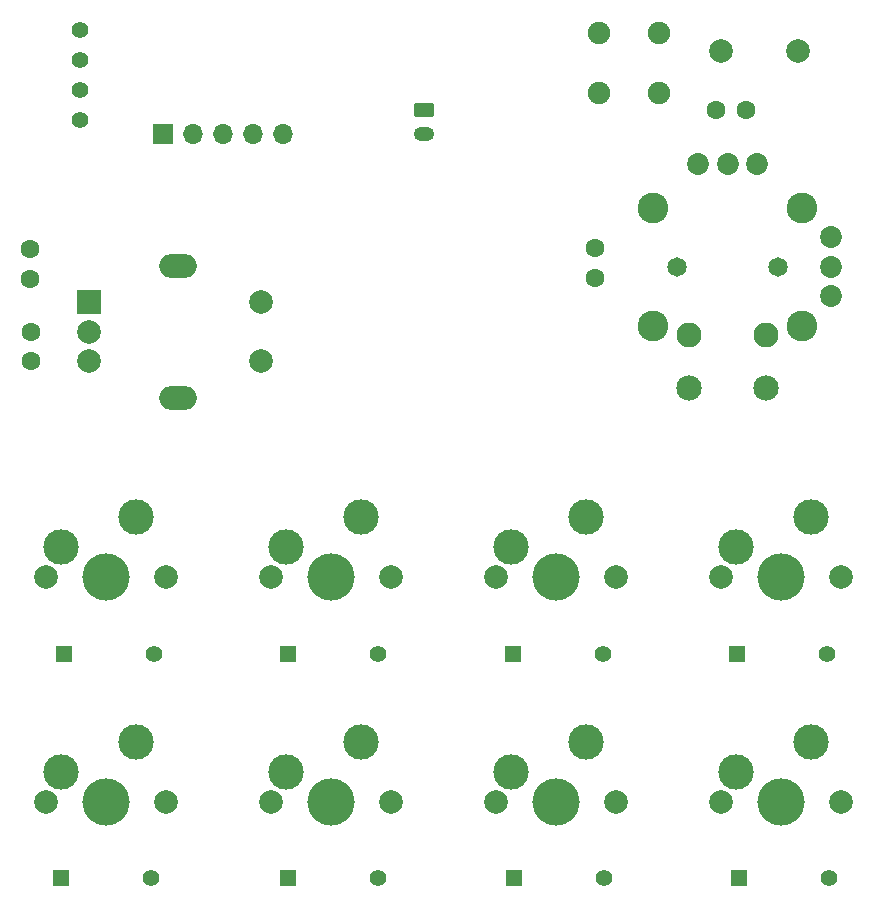
<source format=gbr>
G04 #@! TF.GenerationSoftware,KiCad,Pcbnew,9.0.3*
G04 #@! TF.CreationDate,2025-07-19T22:29:45+09:00*
G04 #@! TF.ProjectId,kleinpad,6b6c6569-6e70-4616-942e-6b696361645f,1.0*
G04 #@! TF.SameCoordinates,Original*
G04 #@! TF.FileFunction,Soldermask,Top*
G04 #@! TF.FilePolarity,Negative*
%FSLAX46Y46*%
G04 Gerber Fmt 4.6, Leading zero omitted, Abs format (unit mm)*
G04 Created by KiCad (PCBNEW 9.0.3) date 2025-07-19 22:29:45*
%MOMM*%
%LPD*%
G01*
G04 APERTURE LIST*
G04 Aperture macros list*
%AMRoundRect*
0 Rectangle with rounded corners*
0 $1 Rounding radius*
0 $2 $3 $4 $5 $6 $7 $8 $9 X,Y pos of 4 corners*
0 Add a 4 corners polygon primitive as box body*
4,1,4,$2,$3,$4,$5,$6,$7,$8,$9,$2,$3,0*
0 Add four circle primitives for the rounded corners*
1,1,$1+$1,$2,$3*
1,1,$1+$1,$4,$5*
1,1,$1+$1,$6,$7*
1,1,$1+$1,$8,$9*
0 Add four rect primitives between the rounded corners*
20,1,$1+$1,$2,$3,$4,$5,0*
20,1,$1+$1,$4,$5,$6,$7,0*
20,1,$1+$1,$6,$7,$8,$9,0*
20,1,$1+$1,$8,$9,$2,$3,0*%
G04 Aperture macros list end*
%ADD10C,1.600000*%
%ADD11R,1.397000X1.397000*%
%ADD12C,1.397000*%
%ADD13C,2.000000*%
%ADD14C,3.000000*%
%ADD15C,4.000000*%
%ADD16C,1.905000*%
%ADD17C,1.650000*%
%ADD18C,2.104000*%
%ADD19C,2.154000*%
%ADD20C,2.604000*%
%ADD21C,1.854000*%
%ADD22O,3.200000X2.000000*%
%ADD23R,2.000000X2.000000*%
%ADD24R,1.700000X1.700000*%
%ADD25O,1.700000X1.700000*%
%ADD26RoundRect,0.250000X-0.625000X0.350000X-0.625000X-0.350000X0.625000X-0.350000X0.625000X0.350000X0*%
%ADD27O,1.750000X1.200000*%
G04 APERTURE END LIST*
D10*
X153625625Y-82125500D03*
X153625625Y-84625500D03*
X105775625Y-84725500D03*
X105775625Y-82225500D03*
D11*
X165612500Y-116475500D03*
D12*
X173232500Y-116475500D03*
D13*
X145221250Y-109946750D03*
D14*
X146491250Y-107406750D03*
D15*
X150301250Y-109946750D03*
D14*
X152841250Y-104866750D03*
D13*
X155381250Y-109946750D03*
D10*
X166375625Y-70475500D03*
X163875625Y-70475500D03*
D16*
X159025625Y-63935500D03*
X159025625Y-69015500D03*
X153945625Y-69015500D03*
X153945625Y-63935500D03*
D17*
X160525625Y-83705500D03*
X169125625Y-83705500D03*
D18*
X161575625Y-89455500D03*
D19*
X161575625Y-93955500D03*
D18*
X168075625Y-89455500D03*
D19*
X168075625Y-93955500D03*
D20*
X158500625Y-78705500D03*
X171150625Y-78705500D03*
X171150625Y-88705500D03*
X158500625Y-88705500D03*
D21*
X173555625Y-86205500D03*
X173555625Y-83705500D03*
X173555625Y-81205500D03*
X167325625Y-74975500D03*
X164825625Y-74975500D03*
X162325625Y-74975500D03*
D12*
X110025625Y-63665500D03*
X110025625Y-66205500D03*
X110025625Y-68745500D03*
X110025625Y-71285500D03*
D13*
X164271250Y-109946750D03*
D14*
X165541250Y-107406750D03*
D15*
X169351250Y-109946750D03*
D14*
X171891250Y-104866750D03*
D13*
X174431250Y-109946750D03*
D11*
X146715625Y-135475500D03*
D12*
X154335625Y-135475500D03*
D22*
X118275625Y-83625500D03*
X118275625Y-94825500D03*
D23*
X110775625Y-86725500D03*
D13*
X110775625Y-91725500D03*
X110775625Y-89225500D03*
X125275625Y-91725500D03*
X125275625Y-86725500D03*
D11*
X108612500Y-116475500D03*
D12*
X116232500Y-116475500D03*
D13*
X145221250Y-128996750D03*
D14*
X146491250Y-126456750D03*
D15*
X150301250Y-128996750D03*
D14*
X152841250Y-123916750D03*
D13*
X155381250Y-128996750D03*
D11*
X108387500Y-135475500D03*
D12*
X116007500Y-135475500D03*
D13*
X107121250Y-128996750D03*
D14*
X108391250Y-126456750D03*
D15*
X112201250Y-128996750D03*
D14*
X114741250Y-123916750D03*
D13*
X117281250Y-128996750D03*
D11*
X127612500Y-116475500D03*
D12*
X135232500Y-116475500D03*
D13*
X164275625Y-65475500D03*
X170775625Y-65475500D03*
X164271250Y-128996750D03*
D14*
X165541250Y-126456750D03*
D15*
X169351250Y-128996750D03*
D14*
X171891250Y-123916750D03*
D13*
X174431250Y-128996750D03*
X126171250Y-128996750D03*
D14*
X127441250Y-126456750D03*
D15*
X131251250Y-128996750D03*
D14*
X133791250Y-123916750D03*
D13*
X136331250Y-128996750D03*
D11*
X146612500Y-116475500D03*
D12*
X154232500Y-116475500D03*
D24*
X116985625Y-72475500D03*
D25*
X119525625Y-72475500D03*
X122065625Y-72475500D03*
X124605625Y-72475500D03*
X127145625Y-72475500D03*
D11*
X165815625Y-135475500D03*
D12*
X173435625Y-135475500D03*
D13*
X107121250Y-109946750D03*
D14*
X108391250Y-107406750D03*
D15*
X112201250Y-109946750D03*
D14*
X114741250Y-104866750D03*
D13*
X117281250Y-109946750D03*
X126171250Y-109946750D03*
D14*
X127441250Y-107406750D03*
D15*
X131251250Y-109946750D03*
D14*
X133791250Y-104866750D03*
D13*
X136331250Y-109946750D03*
D10*
X105825625Y-91725500D03*
X105825625Y-89225500D03*
D11*
X127612500Y-135475500D03*
D12*
X135232500Y-135475500D03*
D26*
X139075625Y-70475500D03*
D27*
X139075625Y-72475500D03*
M02*

</source>
